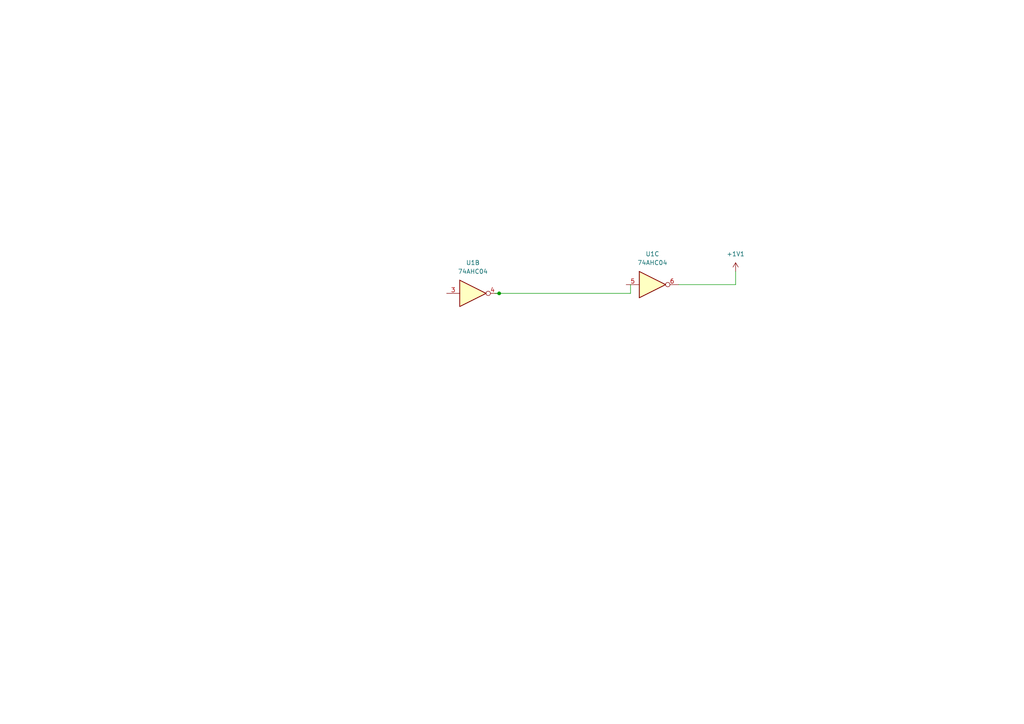
<source format=kicad_sch>
(kicad_sch (version 20230121) (generator eeschema)
  (paper "A4")
  (lib_symbols
    (symbol "74xx:74AHC04"
      (property "Reference" "U" (at 0 1.27 0))
      (property "Value" "74AHC04" (at 0 -1.27 0))
      (symbol "74AHC04_1_0"
        (polyline (pts (xy -3.81 3.81) (xy -3.81 -3.81) (xy 3.81 0) (xy -3.81 3.81)) (stroke (width 0.254)) (fill (type background)))
        (pin input line (at -7.62 0 0) (length 3.81) (name "~") (number "1"))
        (pin output inverted (at 7.62 0 180) (length 3.81) (name "~") (number "2"))
      )
      (symbol "74AHC04_2_0"
        (polyline (pts (xy -3.81 3.81) (xy -3.81 -3.81) (xy 3.81 0) (xy -3.81 3.81)) (stroke (width 0.254)) (fill (type background)))
        (pin input line (at -7.62 0 0) (length 3.81) (name "~") (number "3"))
        (pin output inverted (at 7.62 0 180) (length 3.81) (name "~") (number "4"))
      )
      (symbol "74AHC04_3_0"
        (polyline (pts (xy -3.81 3.81) (xy -3.81 -3.81) (xy 3.81 0) (xy -3.81 3.81)) (stroke (width 0.254)) (fill (type background)))
        (pin input line (at -7.62 0 0) (length 3.81) (name "~") (number "5"))
        (pin output inverted (at 7.62 0 180) (length 3.81) (name "~") (number "6"))
      )
      (symbol "74AHC04_4_0"
        (polyline (pts (xy -3.81 3.81) (xy -3.81 -3.81) (xy 3.81 0) (xy -3.81 3.81)) (stroke (width 0.254)) (fill (type background)))
        (pin output inverted (at 7.62 0 180) (length 3.81) (name "~") (number "8"))
        (pin input line (at -7.62 0 0) (length 3.81) (name "~") (number "9"))
      )
      (symbol "74AHC04_5_0"
        (polyline (pts (xy -3.81 3.81) (xy -3.81 -3.81) (xy 3.81 0) (xy -3.81 3.81)) (stroke (width 0.254)) (fill (type background)))
        (pin output inverted (at 7.62 0 180) (length 3.81) (name "~") (number "10"))
        (pin input line (at -7.62 0 0) (length 3.81) (name "~") (number "11"))
      )
      (symbol "74AHC04_6_0"
        (polyline (pts (xy -3.81 3.81) (xy -3.81 -3.81) (xy 3.81 0) (xy -3.81 3.81)) (stroke (width 0.254)) (fill (type background)))
        (pin output inverted (at 7.62 0 180) (length 3.81) (name "~") (number "12"))
        (pin input line (at -7.62 0 0) (length 3.81) (name "~") (number "13"))
      )
      (symbol "74AHC04_7_0"
        (pin power_in line (at 0 12.7 270) (length 5.08) (name "VCC") (number "14"))
        (pin power_in line (at 0 -12.7 90) (length 5.08) (name "GND") (number "7"))
      )
      (symbol "74AHC04_7_1"
        (rectangle (start -5.08 7.62) (end 5.08 -7.62) (stroke (width 0.254)) (fill (type background)))
      )
    )
    (symbol "power:+1V1" (power) (pin_names (offset 0))
      (property "Value" "+1V1" (at 0 3.556 0))
      (symbol "+1V1_0_1"
        (polyline (pts (xy -0.762 1.27) (xy 0 2.54)))
        (polyline (pts (xy 0 0) (xy 0 2.54)))
        (polyline (pts (xy 0 2.54) (xy 0.762 1.27)))
      )
      (symbol "+1V1_1_1"
        (pin power_in line (at 0 0 90) (length 0) hide (name "+1V1") (number "1"))
      )
    )
  )
  (junction (at 144.78 85.09))
  (wire (pts (xy 196.85 82.55) (xy 213.36 82.55)))
  (wire (pts (xy 182.88 85.09) (xy 182.88 82.55)))
  (wire (pts (xy 144.78 85.09) (xy 182.88 85.09)))
  (wire (pts (xy 213.36 82.55) (xy 213.36 78.74)))
  (wire (pts (xy 143.51 85.09) (xy 144.78 85.09)))
  (symbol (lib_id "power:+1V1") (at 213.36 78.74 0) (unit 1)
    (property "Reference" "#PWR01" (effects hide))
    (property "Value" "+1V1" (at 213.36 73.66 0))
  )
  (symbol (lib_id "74xx:74AHC04") (at 137.16 85.09 0) (unit 2)
    (property "Reference" "U1" (at 137.16 76.2 0))
    (property "Value" "74AHC04" (at 137.16 78.74 0))
    (property "Datasheet" "https://assets.nexperia.com/documents/data-sheet/74AHC_AHCT04.pdf" (effects hide))
  )
  (symbol (lib_id "74xx:74AHC04") (at 189.23 82.55 0) (unit 3)
    (property "Reference" "U1" (at 189.23 73.66 0))
    (property "Value" "74AHC04" (at 189.23 76.2 0))
    (property "Datasheet" "https://assets.nexperia.com/documents/data-sheet/74AHC_AHCT04.pdf" (effects hide))
  )
)
</source>
